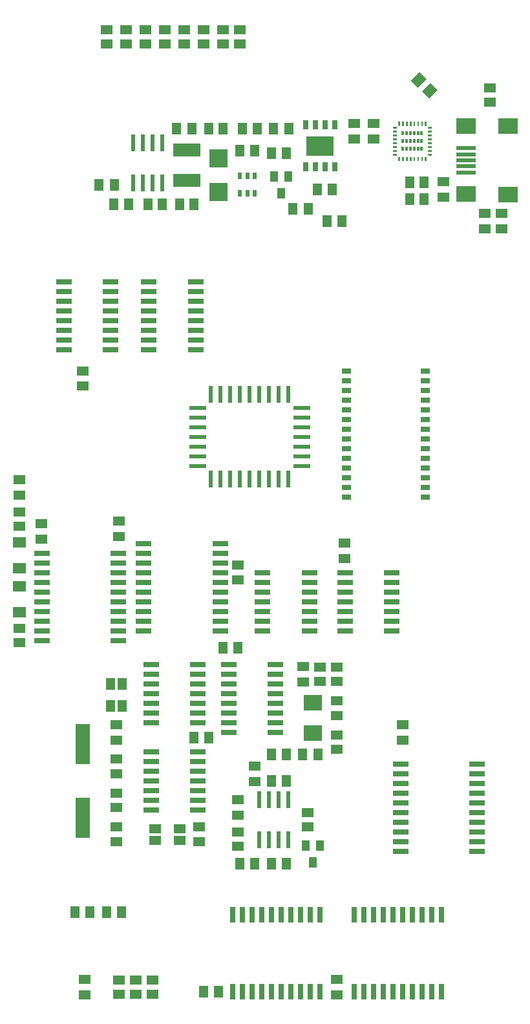
<source format=gbp>
G75*
%MOIN*%
%OFA0B0*%
%FSLAX25Y25*%
%IPPOS*%
%LPD*%
%AMOC8*
5,1,8,0,0,1.08239X$1,22.5*
%
%ADD10R,0.06299X0.05118*%
%ADD11R,0.05118X0.06299*%
%ADD12R,0.09449X0.09449*%
%ADD13R,0.02600X0.08000*%
%ADD14R,0.02756X0.05118*%
%ADD15R,0.14000X0.10000*%
%ADD16R,0.08000X0.02600*%
%ADD17R,0.05000X0.03000*%
%ADD18R,0.08661X0.02362*%
%ADD19R,0.02362X0.08661*%
%ADD20R,0.04600X0.06300*%
%ADD21R,0.06300X0.04600*%
%ADD22R,0.14173X0.07087*%
%ADD23R,0.07600X0.21000*%
%ADD24R,0.03937X0.05512*%
%ADD25R,0.02362X0.03543*%
%ADD26R,0.09843X0.07874*%
%ADD27R,0.09843X0.01969*%
%ADD28R,0.01181X0.02362*%
%ADD29C,0.00400*%
%ADD30R,0.07087X0.05512*%
%ADD31R,0.09449X0.07874*%
D10*
X0116928Y0212660D03*
X0116928Y0220140D03*
X0128178Y0266213D03*
X0128178Y0274087D03*
X0116928Y0272660D03*
X0116928Y0280140D03*
X0116928Y0288713D03*
X0116928Y0296587D03*
X0149428Y0344963D03*
X0149428Y0352837D03*
X0168178Y0275337D03*
X0168178Y0267463D03*
X0166928Y0170337D03*
X0166928Y0162463D03*
X0166928Y0152640D03*
X0166928Y0145160D03*
X0166928Y0135140D03*
X0166928Y0127660D03*
X0166928Y0117837D03*
X0166928Y0109963D03*
X0168178Y0038890D03*
X0168178Y0031410D03*
X0176928Y0031410D03*
X0176928Y0038890D03*
X0185678Y0038890D03*
X0185678Y0031410D03*
X0150678Y0031213D03*
X0150678Y0039087D03*
X0209428Y0109963D03*
X0209428Y0117837D03*
X0229428Y0115140D03*
X0229428Y0107660D03*
X0229428Y0123713D03*
X0229428Y0131587D03*
X0238178Y0141213D03*
X0238178Y0149087D03*
X0263178Y0192463D03*
X0263178Y0200337D03*
X0271928Y0200140D03*
X0271928Y0192660D03*
X0280678Y0192660D03*
X0280678Y0182640D03*
X0280678Y0175160D03*
X0280678Y0165140D03*
X0280678Y0157660D03*
X0265678Y0125140D03*
X0265678Y0117660D03*
X0280678Y0039087D03*
X0280678Y0031213D03*
X0314428Y0162463D03*
X0314428Y0170337D03*
X0280678Y0200140D03*
X0284428Y0256213D03*
X0284428Y0264087D03*
X0229428Y0252640D03*
X0229428Y0245160D03*
X0335678Y0442463D03*
X0335678Y0450337D03*
X0356928Y0434087D03*
X0356928Y0426213D03*
X0365678Y0426213D03*
X0365678Y0434087D03*
X0359428Y0491410D03*
X0359428Y0498890D03*
X0299428Y0480337D03*
X0299428Y0472463D03*
X0289428Y0472463D03*
X0289428Y0480337D03*
X0230678Y0521410D03*
X0230678Y0528890D03*
X0221928Y0528890D03*
X0221928Y0521410D03*
X0211928Y0521410D03*
X0211928Y0528890D03*
X0201928Y0528890D03*
X0201928Y0521410D03*
X0191928Y0521410D03*
X0191928Y0528890D03*
X0181928Y0528890D03*
X0181928Y0521410D03*
X0171928Y0521410D03*
X0171928Y0528890D03*
X0161928Y0528890D03*
X0161928Y0521410D03*
D11*
X0197991Y0477650D03*
X0205865Y0477650D03*
X0214438Y0477650D03*
X0221919Y0477650D03*
X0231938Y0477650D03*
X0239419Y0477650D03*
X0238169Y0466400D03*
X0230688Y0466400D03*
X0246938Y0465150D03*
X0254419Y0465150D03*
X0255865Y0477650D03*
X0247991Y0477650D03*
X0270688Y0446400D03*
X0265865Y0436400D03*
X0257991Y0436400D03*
X0275491Y0430150D03*
X0283365Y0430150D03*
X0278169Y0446400D03*
X0318188Y0450150D03*
X0318188Y0441400D03*
X0325669Y0441400D03*
X0325669Y0450150D03*
G36*
X0328879Y0501402D02*
X0332498Y0497783D01*
X0328045Y0493330D01*
X0324426Y0496949D01*
X0328879Y0501402D01*
G37*
G36*
X0323312Y0506970D02*
X0326931Y0503351D01*
X0322478Y0498898D01*
X0318859Y0502517D01*
X0323312Y0506970D01*
G37*
X0206919Y0438900D03*
X0199438Y0438900D03*
X0190669Y0438900D03*
X0183188Y0438900D03*
X0173169Y0438900D03*
X0165688Y0438900D03*
X0165865Y0448900D03*
X0157991Y0448900D03*
X0221938Y0210150D03*
X0229419Y0210150D03*
X0214615Y0163900D03*
X0206741Y0163900D03*
X0230491Y0098900D03*
X0238365Y0098900D03*
X0246741Y0098900D03*
X0254615Y0098900D03*
X0254419Y0141400D03*
X0246938Y0141400D03*
X0246741Y0155150D03*
X0254615Y0155150D03*
X0262991Y0155150D03*
X0270865Y0155150D03*
X0219615Y0032650D03*
X0211741Y0032650D03*
X0169419Y0073900D03*
X0161938Y0073900D03*
X0153169Y0073900D03*
X0145688Y0073900D03*
D12*
X0219428Y0445239D03*
X0219428Y0462561D03*
D13*
X0226928Y0072450D03*
X0231928Y0072450D03*
X0236928Y0072450D03*
X0241928Y0072450D03*
X0246928Y0072450D03*
X0251928Y0072450D03*
X0256928Y0072450D03*
X0261928Y0072450D03*
X0266928Y0072450D03*
X0271928Y0072450D03*
X0289428Y0072450D03*
X0294428Y0072450D03*
X0299428Y0072450D03*
X0304428Y0072450D03*
X0309428Y0072450D03*
X0314428Y0072450D03*
X0319428Y0072450D03*
X0324428Y0072450D03*
X0329428Y0072450D03*
X0334428Y0072450D03*
X0334428Y0032850D03*
X0329428Y0032850D03*
X0324428Y0032850D03*
X0319428Y0032850D03*
X0314428Y0032850D03*
X0309428Y0032850D03*
X0304428Y0032850D03*
X0299428Y0032850D03*
X0294428Y0032850D03*
X0289428Y0032850D03*
X0271928Y0032850D03*
X0266928Y0032850D03*
X0261928Y0032850D03*
X0256928Y0032850D03*
X0251928Y0032850D03*
X0246928Y0032850D03*
X0241928Y0032850D03*
X0236928Y0032850D03*
X0231928Y0032850D03*
X0226928Y0032850D03*
D14*
X0264428Y0458073D03*
X0269428Y0458073D03*
X0274428Y0458073D03*
X0279428Y0458073D03*
X0279428Y0479727D03*
X0274428Y0479727D03*
X0269428Y0479727D03*
X0264428Y0479727D03*
D15*
X0271928Y0468900D03*
D16*
X0207778Y0398900D03*
X0207778Y0393900D03*
X0207778Y0388900D03*
X0207778Y0383900D03*
X0207778Y0378900D03*
X0207778Y0373900D03*
X0207778Y0368900D03*
X0207778Y0363900D03*
X0183578Y0363900D03*
X0183578Y0368900D03*
X0183578Y0373900D03*
X0183578Y0378900D03*
X0183578Y0383900D03*
X0183578Y0388900D03*
X0183578Y0393900D03*
X0183578Y0398900D03*
X0164028Y0398900D03*
X0164028Y0393900D03*
X0164028Y0388900D03*
X0164028Y0383900D03*
X0164028Y0378900D03*
X0164028Y0373900D03*
X0164028Y0368900D03*
X0164028Y0363900D03*
X0139828Y0363900D03*
X0139828Y0368900D03*
X0139828Y0373900D03*
X0139828Y0378900D03*
X0139828Y0383900D03*
X0139828Y0388900D03*
X0139828Y0393900D03*
X0139828Y0398900D03*
X0180878Y0263900D03*
X0180878Y0258900D03*
X0180878Y0253900D03*
X0180878Y0248900D03*
X0180878Y0243900D03*
X0180878Y0238900D03*
X0180878Y0233900D03*
X0180878Y0228900D03*
X0180878Y0223900D03*
X0180878Y0218900D03*
X0184828Y0201400D03*
X0184828Y0196400D03*
X0184828Y0191400D03*
X0184828Y0186400D03*
X0184828Y0181400D03*
X0184828Y0176400D03*
X0184828Y0171400D03*
X0184828Y0156400D03*
X0184828Y0151400D03*
X0184828Y0146400D03*
X0184828Y0141400D03*
X0184828Y0136400D03*
X0184828Y0131400D03*
X0184828Y0126400D03*
X0209028Y0126400D03*
X0209028Y0131400D03*
X0209028Y0136400D03*
X0209028Y0141400D03*
X0209028Y0146400D03*
X0209028Y0151400D03*
X0209028Y0156400D03*
X0209028Y0171400D03*
X0209028Y0176400D03*
X0209028Y0181400D03*
X0209028Y0186400D03*
X0209028Y0191400D03*
X0209028Y0196400D03*
X0209028Y0201400D03*
X0220478Y0218900D03*
X0220478Y0223900D03*
X0220478Y0228900D03*
X0220478Y0233900D03*
X0220478Y0238900D03*
X0220478Y0243900D03*
X0220478Y0248900D03*
X0220478Y0253900D03*
X0220478Y0258900D03*
X0220478Y0263900D03*
X0242328Y0248900D03*
X0242328Y0243900D03*
X0242328Y0238900D03*
X0242328Y0233900D03*
X0242328Y0228900D03*
X0242328Y0223900D03*
X0242328Y0218900D03*
X0249028Y0201400D03*
X0249028Y0196400D03*
X0249028Y0191400D03*
X0249028Y0186400D03*
X0249028Y0181400D03*
X0249028Y0176400D03*
X0249028Y0171400D03*
X0249028Y0166400D03*
X0224828Y0166400D03*
X0224828Y0171400D03*
X0224828Y0176400D03*
X0224828Y0181400D03*
X0224828Y0186400D03*
X0224828Y0191400D03*
X0224828Y0196400D03*
X0224828Y0201400D03*
X0266528Y0218900D03*
X0266528Y0223900D03*
X0266528Y0228900D03*
X0266528Y0233900D03*
X0266528Y0238900D03*
X0266528Y0243900D03*
X0266528Y0248900D03*
X0284828Y0248900D03*
X0284828Y0243900D03*
X0284828Y0238900D03*
X0284828Y0233900D03*
X0284828Y0228900D03*
X0284828Y0223900D03*
X0284828Y0218900D03*
X0309028Y0218900D03*
X0309028Y0223900D03*
X0309028Y0228900D03*
X0309028Y0233900D03*
X0309028Y0238900D03*
X0309028Y0243900D03*
X0309028Y0248900D03*
X0313378Y0150150D03*
X0313378Y0145150D03*
X0313378Y0140150D03*
X0313378Y0135150D03*
X0313378Y0130150D03*
X0313378Y0125150D03*
X0313378Y0120150D03*
X0313378Y0115150D03*
X0313378Y0110150D03*
X0313378Y0105150D03*
X0352978Y0105150D03*
X0352978Y0110150D03*
X0352978Y0115150D03*
X0352978Y0120150D03*
X0352978Y0125150D03*
X0352978Y0130150D03*
X0352978Y0135150D03*
X0352978Y0140150D03*
X0352978Y0145150D03*
X0352978Y0150150D03*
X0167978Y0213900D03*
X0167978Y0218900D03*
X0167978Y0223900D03*
X0167978Y0228900D03*
X0167978Y0233900D03*
X0167978Y0238900D03*
X0167978Y0243900D03*
X0167978Y0248900D03*
X0167978Y0253900D03*
X0167978Y0258900D03*
X0128378Y0258900D03*
X0128378Y0253900D03*
X0128378Y0248900D03*
X0128378Y0243900D03*
X0128378Y0238900D03*
X0128378Y0233900D03*
X0128378Y0228900D03*
X0128378Y0223900D03*
X0128378Y0218900D03*
X0128378Y0213900D03*
D17*
X0285678Y0287650D03*
X0285678Y0292650D03*
X0285678Y0297650D03*
X0285678Y0302650D03*
X0285678Y0307650D03*
X0285678Y0312650D03*
X0285678Y0317650D03*
X0285678Y0322650D03*
X0285678Y0327650D03*
X0285678Y0332650D03*
X0285678Y0337650D03*
X0285678Y0342650D03*
X0285678Y0347650D03*
X0285678Y0352650D03*
X0326178Y0352650D03*
X0326178Y0347650D03*
X0326178Y0342650D03*
X0326178Y0337650D03*
X0326178Y0332650D03*
X0326178Y0327650D03*
X0326178Y0322650D03*
X0326178Y0317650D03*
X0326178Y0312650D03*
X0326178Y0307650D03*
X0326178Y0302650D03*
X0326178Y0297650D03*
X0326178Y0292650D03*
X0326178Y0287650D03*
D18*
X0262568Y0303900D03*
X0262568Y0308900D03*
X0262568Y0313900D03*
X0262568Y0318900D03*
X0262568Y0323900D03*
X0262568Y0328900D03*
X0262568Y0333900D03*
X0208789Y0333900D03*
X0208789Y0328900D03*
X0208789Y0323900D03*
X0208789Y0318900D03*
X0208789Y0313900D03*
X0208789Y0308900D03*
X0208789Y0303900D03*
D19*
X0215678Y0297010D03*
X0220678Y0297010D03*
X0225678Y0297010D03*
X0230678Y0297010D03*
X0235678Y0297010D03*
X0240678Y0297010D03*
X0245678Y0297010D03*
X0250678Y0297010D03*
X0255678Y0297010D03*
X0255678Y0340790D03*
X0250678Y0340790D03*
X0245678Y0340790D03*
X0240678Y0340790D03*
X0235678Y0340790D03*
X0230678Y0340790D03*
X0225678Y0340790D03*
X0220678Y0340790D03*
X0215678Y0340790D03*
X0190678Y0449914D03*
X0185678Y0449914D03*
X0180678Y0449914D03*
X0175678Y0449914D03*
X0175678Y0470386D03*
X0180678Y0470386D03*
X0185678Y0470386D03*
X0190678Y0470386D03*
X0240678Y0131636D03*
X0245678Y0131636D03*
X0250678Y0131636D03*
X0255678Y0131636D03*
X0255678Y0111164D03*
X0250678Y0111164D03*
X0245678Y0111164D03*
X0240678Y0111164D03*
D20*
X0169928Y0180150D03*
X0163928Y0180150D03*
X0163928Y0191400D03*
X0169928Y0191400D03*
D21*
X0186928Y0116900D03*
X0186928Y0110900D03*
X0199428Y0110900D03*
X0199428Y0116900D03*
D22*
X0203178Y0451026D03*
X0203178Y0466774D03*
D23*
X0149428Y0160400D03*
X0149428Y0122400D03*
D24*
X0264438Y0108231D03*
X0268178Y0099569D03*
X0271919Y0108231D03*
X0251928Y0444569D03*
X0248188Y0453231D03*
X0255669Y0453231D03*
D25*
X0238169Y0453428D03*
X0234428Y0453428D03*
X0230688Y0453428D03*
X0230688Y0444372D03*
X0234428Y0444372D03*
X0238169Y0444372D03*
D26*
X0347086Y0444077D03*
X0347086Y0479117D03*
X0368739Y0479117D03*
X0368739Y0443683D03*
D27*
X0347086Y0455101D03*
X0347086Y0458250D03*
X0347086Y0461400D03*
X0347086Y0464550D03*
X0347086Y0467699D03*
D28*
X0324350Y0467463D03*
X0322381Y0467463D03*
X0320413Y0467463D03*
X0318444Y0467463D03*
X0316476Y0467463D03*
X0314507Y0467463D03*
X0314507Y0471400D03*
X0316476Y0471400D03*
X0318444Y0471400D03*
X0320413Y0471400D03*
X0322381Y0471400D03*
X0324350Y0471400D03*
X0324350Y0475337D03*
X0322381Y0475337D03*
X0320413Y0475337D03*
X0318444Y0475337D03*
X0316476Y0475337D03*
X0314507Y0475337D03*
D29*
X0311259Y0474648D02*
X0309488Y0474648D01*
X0309488Y0474057D01*
X0311259Y0474057D01*
X0311259Y0474648D01*
X0311259Y0474433D02*
X0309488Y0474433D01*
X0309488Y0476026D02*
X0309488Y0476617D01*
X0311259Y0476617D01*
X0311259Y0476026D01*
X0309488Y0476026D01*
X0309488Y0476027D02*
X0311259Y0476027D01*
X0311259Y0476425D02*
X0309488Y0476425D01*
X0309488Y0477994D02*
X0309488Y0478585D01*
X0311062Y0478585D01*
X0311259Y0478388D01*
X0311259Y0477994D01*
X0309488Y0477994D01*
X0309488Y0478020D02*
X0311259Y0478020D01*
X0311229Y0478418D02*
X0309488Y0478418D01*
X0312243Y0479766D02*
X0312440Y0479569D01*
X0312834Y0479569D01*
X0312834Y0481341D01*
X0312243Y0481341D01*
X0312243Y0479766D01*
X0312396Y0479614D02*
X0312834Y0479614D01*
X0312834Y0480012D02*
X0312243Y0480012D01*
X0312243Y0480411D02*
X0312834Y0480411D01*
X0312834Y0480809D02*
X0312243Y0480809D01*
X0312243Y0481208D02*
X0312834Y0481208D01*
X0314212Y0481208D02*
X0314802Y0481208D01*
X0314802Y0481341D02*
X0314212Y0481341D01*
X0314212Y0479569D01*
X0314802Y0479569D01*
X0314802Y0481341D01*
X0314802Y0480809D02*
X0314212Y0480809D01*
X0314212Y0480411D02*
X0314802Y0480411D01*
X0314802Y0480012D02*
X0314212Y0480012D01*
X0314212Y0479614D02*
X0314802Y0479614D01*
X0316180Y0479614D02*
X0316771Y0479614D01*
X0316771Y0479569D02*
X0316771Y0481341D01*
X0316180Y0481341D01*
X0316180Y0479569D01*
X0316771Y0479569D01*
X0316771Y0480012D02*
X0316180Y0480012D01*
X0316180Y0480411D02*
X0316771Y0480411D01*
X0316771Y0480809D02*
X0316180Y0480809D01*
X0316180Y0481208D02*
X0316771Y0481208D01*
X0318149Y0481208D02*
X0318739Y0481208D01*
X0318739Y0481341D02*
X0318149Y0481341D01*
X0318149Y0479569D01*
X0318739Y0479569D01*
X0318739Y0481341D01*
X0318739Y0480809D02*
X0318149Y0480809D01*
X0318149Y0480411D02*
X0318739Y0480411D01*
X0318739Y0480012D02*
X0318149Y0480012D01*
X0318149Y0479614D02*
X0318739Y0479614D01*
X0320117Y0479614D02*
X0320708Y0479614D01*
X0320708Y0479569D02*
X0320708Y0481341D01*
X0320117Y0481341D01*
X0320117Y0479569D01*
X0320708Y0479569D01*
X0320708Y0480012D02*
X0320117Y0480012D01*
X0320117Y0480411D02*
X0320708Y0480411D01*
X0320708Y0480809D02*
X0320117Y0480809D01*
X0320117Y0481208D02*
X0320708Y0481208D01*
X0322086Y0481208D02*
X0322677Y0481208D01*
X0322677Y0481341D02*
X0322086Y0481341D01*
X0322086Y0479569D01*
X0322677Y0479569D01*
X0322677Y0481341D01*
X0322677Y0480809D02*
X0322086Y0480809D01*
X0322086Y0480411D02*
X0322677Y0480411D01*
X0322677Y0480012D02*
X0322086Y0480012D01*
X0322086Y0479614D02*
X0322677Y0479614D01*
X0324054Y0479614D02*
X0324645Y0479614D01*
X0324645Y0479569D02*
X0324645Y0481341D01*
X0324054Y0481341D01*
X0324054Y0479569D01*
X0324645Y0479569D01*
X0324645Y0480012D02*
X0324054Y0480012D01*
X0324054Y0480411D02*
X0324645Y0480411D01*
X0324645Y0480809D02*
X0324054Y0480809D01*
X0324054Y0481208D02*
X0324645Y0481208D01*
X0326023Y0481208D02*
X0326614Y0481208D01*
X0326614Y0481341D02*
X0326023Y0481341D01*
X0326023Y0479569D01*
X0326417Y0479569D01*
X0326614Y0479766D01*
X0326614Y0481341D01*
X0326614Y0480809D02*
X0326023Y0480809D01*
X0326023Y0480411D02*
X0326614Y0480411D01*
X0326614Y0480012D02*
X0326023Y0480012D01*
X0326023Y0479614D02*
X0326461Y0479614D01*
X0327628Y0478418D02*
X0329369Y0478418D01*
X0329369Y0478585D02*
X0329369Y0477994D01*
X0327598Y0477994D01*
X0327598Y0478388D01*
X0327795Y0478585D01*
X0329369Y0478585D01*
X0329369Y0478020D02*
X0327598Y0478020D01*
X0327598Y0476617D02*
X0327598Y0476026D01*
X0329369Y0476026D01*
X0329369Y0476617D01*
X0327598Y0476617D01*
X0327598Y0476425D02*
X0329369Y0476425D01*
X0329369Y0476027D02*
X0327598Y0476027D01*
X0327598Y0474648D02*
X0327598Y0474057D01*
X0329369Y0474057D01*
X0329369Y0474648D01*
X0327598Y0474648D01*
X0327598Y0474433D02*
X0329369Y0474433D01*
X0329369Y0472680D02*
X0329369Y0472089D01*
X0327598Y0472089D01*
X0327598Y0472680D01*
X0329369Y0472680D01*
X0329369Y0472440D02*
X0327598Y0472440D01*
X0327598Y0470711D02*
X0327598Y0470120D01*
X0329369Y0470120D01*
X0329369Y0470711D01*
X0327598Y0470711D01*
X0327598Y0470448D02*
X0329369Y0470448D01*
X0329369Y0468743D02*
X0329369Y0468152D01*
X0327598Y0468152D01*
X0327598Y0468743D01*
X0329369Y0468743D01*
X0329369Y0468455D02*
X0327598Y0468455D01*
X0327598Y0466774D02*
X0327598Y0466183D01*
X0329369Y0466183D01*
X0329369Y0466774D01*
X0327598Y0466774D01*
X0327598Y0466463D02*
X0329369Y0466463D01*
X0329369Y0464806D02*
X0329369Y0464215D01*
X0327795Y0464215D01*
X0327598Y0464412D01*
X0327598Y0464806D01*
X0329369Y0464806D01*
X0329369Y0464470D02*
X0327598Y0464470D01*
X0326417Y0463231D02*
X0326023Y0463231D01*
X0326023Y0461459D01*
X0326614Y0461459D01*
X0326614Y0463034D01*
X0326417Y0463231D01*
X0326614Y0462876D02*
X0326023Y0462876D01*
X0326023Y0462478D02*
X0326614Y0462478D01*
X0326614Y0462079D02*
X0326023Y0462079D01*
X0326023Y0461681D02*
X0326614Y0461681D01*
X0324645Y0461681D02*
X0324054Y0461681D01*
X0324054Y0461459D02*
X0324645Y0461459D01*
X0324645Y0463231D01*
X0324054Y0463231D01*
X0324054Y0461459D01*
X0324054Y0462079D02*
X0324645Y0462079D01*
X0324645Y0462478D02*
X0324054Y0462478D01*
X0324054Y0462876D02*
X0324645Y0462876D01*
X0322677Y0462876D02*
X0322086Y0462876D01*
X0322086Y0463231D02*
X0322086Y0461459D01*
X0322677Y0461459D01*
X0322677Y0463231D01*
X0322086Y0463231D01*
X0322086Y0462478D02*
X0322677Y0462478D01*
X0322677Y0462079D02*
X0322086Y0462079D01*
X0322086Y0461681D02*
X0322677Y0461681D01*
X0320708Y0461681D02*
X0320117Y0461681D01*
X0320117Y0461459D02*
X0320708Y0461459D01*
X0320708Y0463231D01*
X0320117Y0463231D01*
X0320117Y0461459D01*
X0320117Y0462079D02*
X0320708Y0462079D01*
X0320708Y0462478D02*
X0320117Y0462478D01*
X0320117Y0462876D02*
X0320708Y0462876D01*
X0318739Y0462876D02*
X0318149Y0462876D01*
X0318149Y0463231D02*
X0318149Y0461459D01*
X0318739Y0461459D01*
X0318739Y0463231D01*
X0318149Y0463231D01*
X0318149Y0462478D02*
X0318739Y0462478D01*
X0318739Y0462079D02*
X0318149Y0462079D01*
X0318149Y0461681D02*
X0318739Y0461681D01*
X0316771Y0461681D02*
X0316180Y0461681D01*
X0316180Y0461459D02*
X0316771Y0461459D01*
X0316771Y0463231D01*
X0316180Y0463231D01*
X0316180Y0461459D01*
X0316180Y0462079D02*
X0316771Y0462079D01*
X0316771Y0462478D02*
X0316180Y0462478D01*
X0316180Y0462876D02*
X0316771Y0462876D01*
X0314802Y0462876D02*
X0314212Y0462876D01*
X0314212Y0463231D02*
X0314212Y0461459D01*
X0314802Y0461459D01*
X0314802Y0463231D01*
X0314212Y0463231D01*
X0314212Y0462478D02*
X0314802Y0462478D01*
X0314802Y0462079D02*
X0314212Y0462079D01*
X0314212Y0461681D02*
X0314802Y0461681D01*
X0312834Y0461681D02*
X0312243Y0461681D01*
X0312243Y0461459D02*
X0312834Y0461459D01*
X0312834Y0463231D01*
X0312440Y0463231D01*
X0312243Y0463034D01*
X0312243Y0461459D01*
X0312243Y0462079D02*
X0312834Y0462079D01*
X0312834Y0462478D02*
X0312243Y0462478D01*
X0312243Y0462876D02*
X0312834Y0462876D01*
X0311259Y0464412D02*
X0311259Y0464806D01*
X0309488Y0464806D01*
X0309488Y0464215D01*
X0311062Y0464215D01*
X0311259Y0464412D01*
X0311259Y0464470D02*
X0309488Y0464470D01*
X0309488Y0466183D02*
X0309488Y0466774D01*
X0311259Y0466774D01*
X0311259Y0466183D01*
X0309488Y0466183D01*
X0309488Y0466463D02*
X0311259Y0466463D01*
X0311259Y0468152D02*
X0309488Y0468152D01*
X0309488Y0468743D01*
X0311259Y0468743D01*
X0311259Y0468152D01*
X0311259Y0468455D02*
X0309488Y0468455D01*
X0309488Y0470120D02*
X0309488Y0470711D01*
X0311259Y0470711D01*
X0311259Y0470120D01*
X0309488Y0470120D01*
X0309488Y0470448D02*
X0311259Y0470448D01*
X0311259Y0472089D02*
X0311259Y0472680D01*
X0309488Y0472680D01*
X0309488Y0472089D01*
X0311259Y0472089D01*
X0311259Y0472440D02*
X0309488Y0472440D01*
D30*
X0116928Y0264343D03*
X0116928Y0250957D03*
X0116928Y0241843D03*
X0116928Y0228457D03*
D31*
X0268178Y0181774D03*
X0268178Y0166026D03*
M02*

</source>
